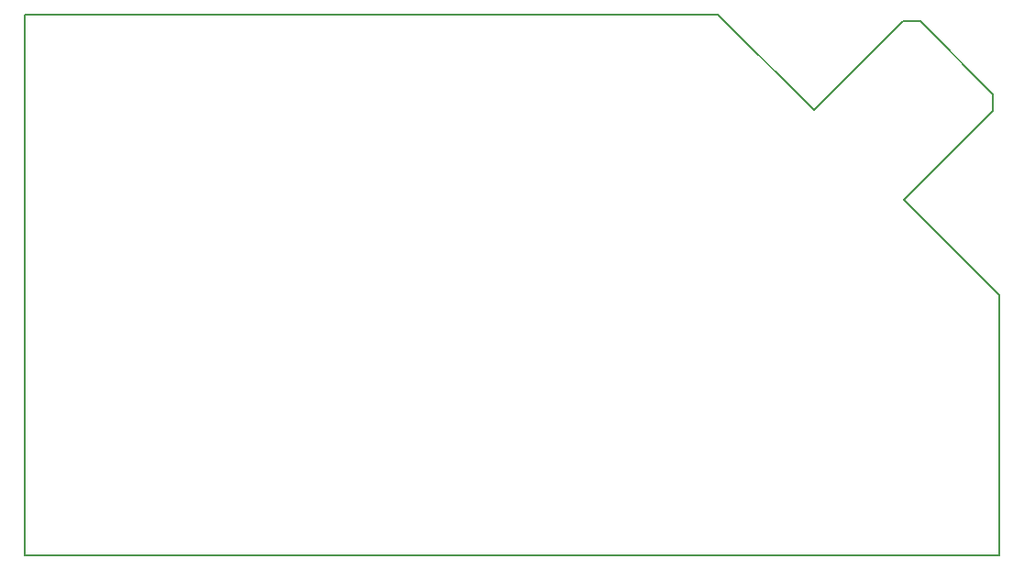
<source format=gm1>
G04 #@! TF.GenerationSoftware,KiCad,Pcbnew,(5.0.0)*
G04 #@! TF.CreationDate,2018-11-02T19:45:53+08:00*
G04 #@! TF.ProjectId,tomu-fpga,746F6D752D667067612E6B696361645F,rev?*
G04 #@! TF.SameCoordinates,Original*
G04 #@! TF.FileFunction,Profile,NP*
%FSLAX46Y46*%
G04 Gerber Fmt 4.6, Leading zero omitted, Abs format (unit mm)*
G04 Created by KiCad (PCBNEW (5.0.0)) date 11/02/18 19:45:53*
%MOMM*%
%LPD*%
G01*
G04 APERTURE LIST*
%ADD10C,0.150000*%
G04 APERTURE END LIST*
D10*
X106050000Y-30650000D02*
X107650000Y-30650000D01*
X114350000Y-38950000D02*
X114350000Y-37350000D01*
X97850000Y-38850000D02*
X89000000Y-30000000D01*
X106050000Y-30650000D02*
X97850000Y-38850000D01*
X114350000Y-37350000D02*
X107650000Y-30650000D01*
X106150000Y-47150000D02*
X114350000Y-38950000D01*
X114950000Y-55950000D02*
X106150000Y-47150000D01*
X25000000Y-80000000D02*
X25000000Y-30000000D01*
X114950000Y-80000000D02*
X25000000Y-80000000D01*
X114950000Y-55950000D02*
X114950000Y-80000000D01*
X25000000Y-30000000D02*
X89000000Y-30000000D01*
M02*

</source>
